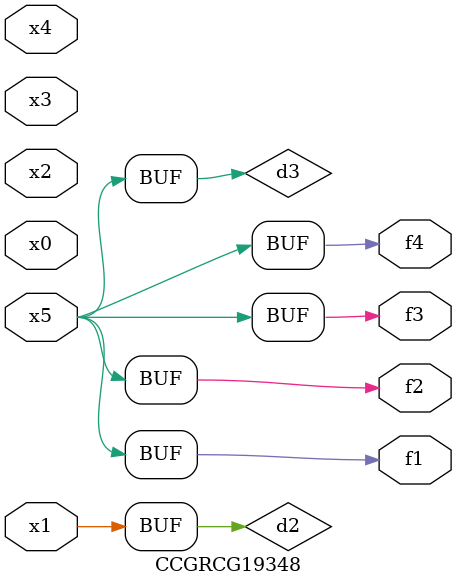
<source format=v>
module CCGRCG19348(
	input x0, x1, x2, x3, x4, x5,
	output f1, f2, f3, f4
);

	wire d1, d2, d3;

	not (d1, x5);
	or (d2, x1);
	xnor (d3, d1);
	assign f1 = d3;
	assign f2 = d3;
	assign f3 = d3;
	assign f4 = d3;
endmodule

</source>
